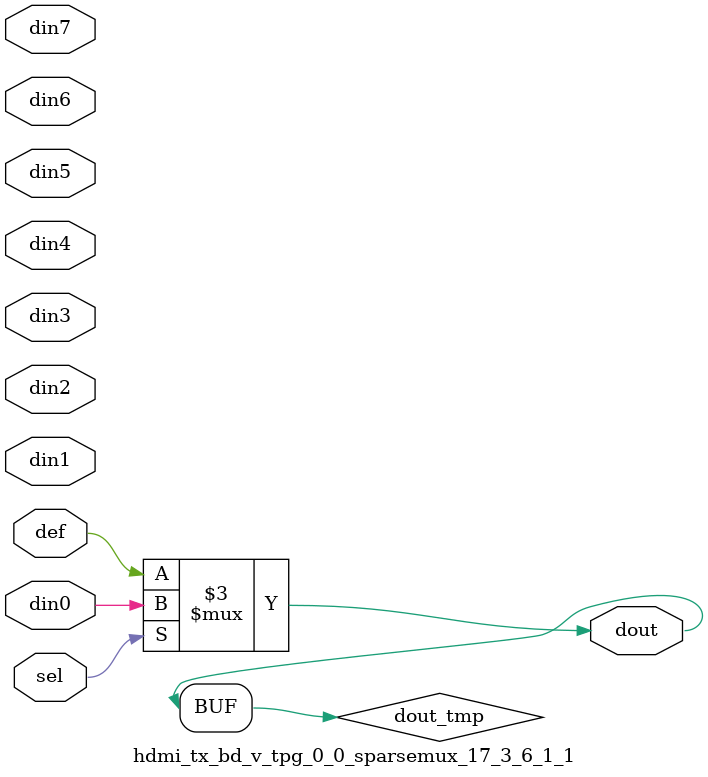
<source format=v>
`timescale 1ns / 1ps

(* DowngradeIPIdentifiedWarnings="yes" *) module hdmi_tx_bd_v_tpg_0_0_sparsemux_17_3_6_1_1 (din0,din1,din2,din3,din4,din5,din6,din7,def,sel,dout);

parameter din0_WIDTH = 1;

parameter din1_WIDTH = 1;

parameter din2_WIDTH = 1;

parameter din3_WIDTH = 1;

parameter din4_WIDTH = 1;

parameter din5_WIDTH = 1;

parameter din6_WIDTH = 1;

parameter din7_WIDTH = 1;

parameter def_WIDTH = 1;
parameter sel_WIDTH = 1;
parameter dout_WIDTH = 1;

parameter [sel_WIDTH-1:0] CASE0 = 1;

parameter [sel_WIDTH-1:0] CASE1 = 1;

parameter [sel_WIDTH-1:0] CASE2 = 1;

parameter [sel_WIDTH-1:0] CASE3 = 1;

parameter [sel_WIDTH-1:0] CASE4 = 1;

parameter [sel_WIDTH-1:0] CASE5 = 1;

parameter [sel_WIDTH-1:0] CASE6 = 1;

parameter [sel_WIDTH-1:0] CASE7 = 1;

parameter ID = 1;
parameter NUM_STAGE = 1;



input [din0_WIDTH-1:0] din0;

input [din1_WIDTH-1:0] din1;

input [din2_WIDTH-1:0] din2;

input [din3_WIDTH-1:0] din3;

input [din4_WIDTH-1:0] din4;

input [din5_WIDTH-1:0] din5;

input [din6_WIDTH-1:0] din6;

input [din7_WIDTH-1:0] din7;

input [def_WIDTH-1:0] def;
input [sel_WIDTH-1:0] sel;

output [dout_WIDTH-1:0] dout;



reg [dout_WIDTH-1:0] dout_tmp;


always @ (*) begin
(* parallel_case *) case (sel)
    
    CASE0 : dout_tmp = din0;
    
    CASE1 : dout_tmp = din1;
    
    CASE2 : dout_tmp = din2;
    
    CASE3 : dout_tmp = din3;
    
    CASE4 : dout_tmp = din4;
    
    CASE5 : dout_tmp = din5;
    
    CASE6 : dout_tmp = din6;
    
    CASE7 : dout_tmp = din7;
    
    default : dout_tmp = def;
endcase
end


assign dout = dout_tmp;



endmodule

</source>
